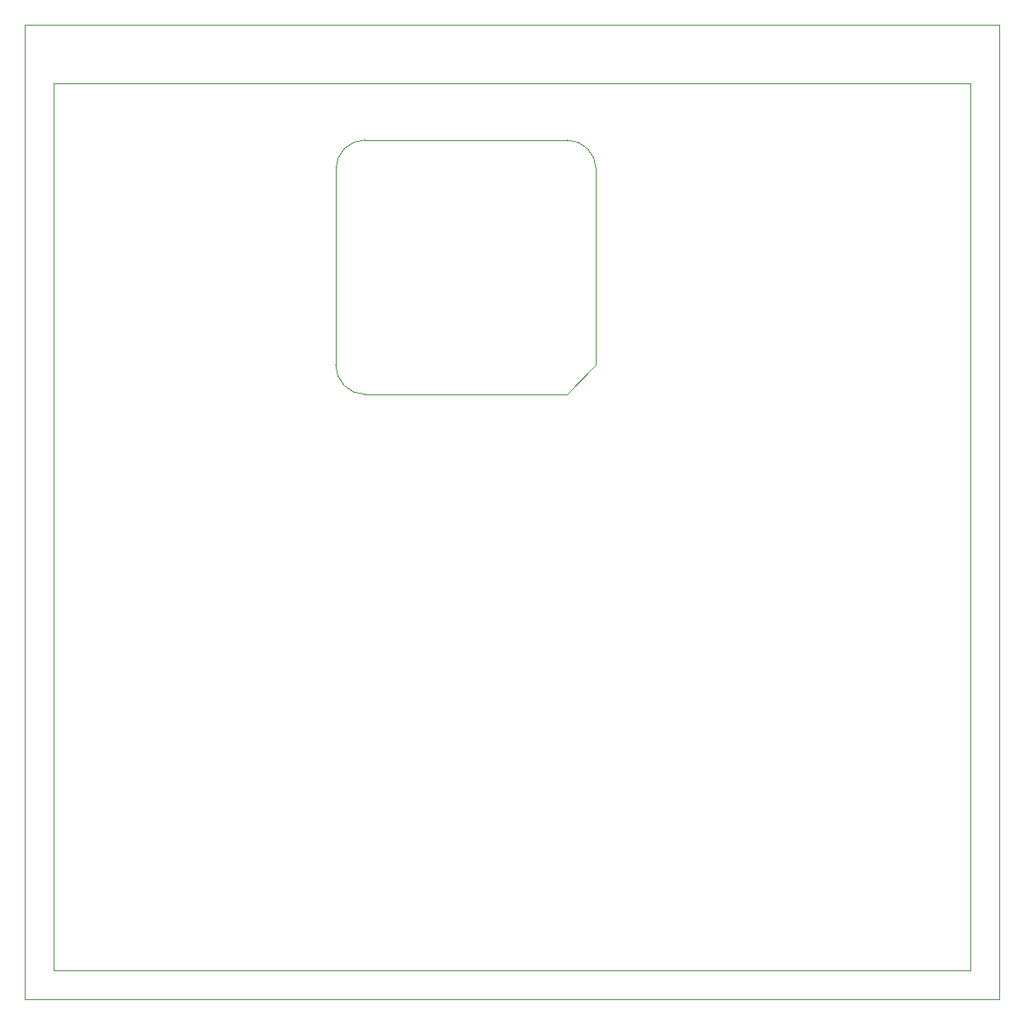
<source format=gm1>
%MOIN*%
%OFA0B0*%
%FSLAX46Y46*%
%IPPOS*%
%LPD*%
%ADD10C,0.0019685039370078744*%
%ADD21C,0.0019685039370078744*%
%LPD*%
D10*
X0003828818Y0000126299D02*
X0003828818Y0003708976D01*
X0000128031Y0000126299D02*
X0000128031Y0003708976D01*
X0000128031Y0000126299D02*
X0003828818Y0000126299D01*
X0000128031Y0003708976D02*
X0003828818Y0003708976D01*
X0000009921Y0000008188D02*
X0000009921Y0003945196D01*
X0003946929Y0000008188D02*
X0003946929Y0003945196D01*
X0000009921Y0000008188D02*
X0003946929Y0000008188D01*
X0000009921Y0003945196D02*
X0003946929Y0003945196D01*
G04 next file*
%LPD*%
G04 #@! TF.GenerationSoftware,KiCad,Pcbnew,(5.1.2)-1*
G04 #@! TF.CreationDate,2019-11-08T13:50:46+05:30*
G04 #@! TF.ProjectId,TALK,54414c4b-2e6b-4696-9361-645f70636258,rev?*
G04 #@! TF.SameCoordinates,Original*
G04 #@! TF.FileFunction,Profile,NP*
G04 Gerber Fmt 4.6, Leading zero omitted, Abs format (unit mm)*
G04 Created by KiCad (PCBNEW (5.1.2)-1) date 2019-11-08 13:50:46*
G04 APERTURE LIST*
G04 APERTURE END LIST*
D21*
X0002318464Y0002570826D02*
X0002200354Y0002452716D01*
X0002200354Y0002452716D02*
X0001384960Y0002452716D01*
X0001266850Y0002570826D02*
X0001266850Y0003361456D01*
X0002200354Y0003479566D02*
X0001384960Y0003479566D01*
X0002318464Y0002570826D02*
X0002318464Y0003361456D01*
X0002200354Y0003479566D02*
G75*
G02X0002318464Y0003361456J-0000118110D01*
G01*
X0001266850Y0003361456D02*
G75*
G02X0001384960Y0003479566I0000118110D01*
G01*
X0001384960Y0002452716D02*
G75*
G02X0001266850Y0002570826J0000118110D01*
G01*
M02*
</source>
